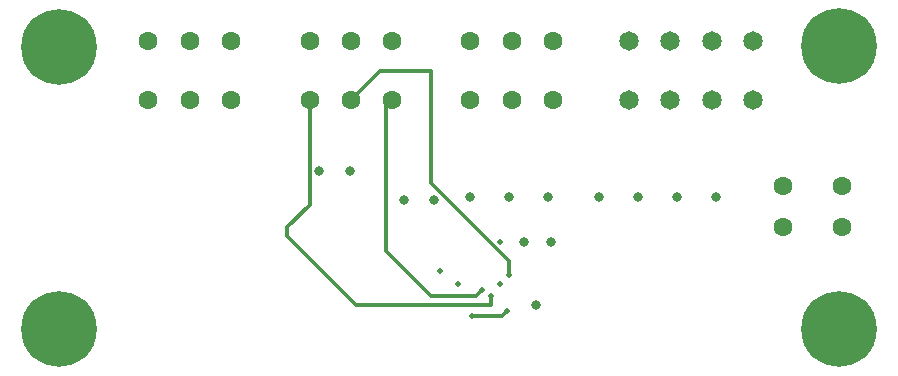
<source format=gbr>
%TF.GenerationSoftware,KiCad,Pcbnew,7.0.9*%
%TF.CreationDate,2024-01-20T18:52:18+00:00*%
%TF.ProjectId,DRV8234 DC Motor Driver Expander,44525638-3233-4342-9044-43204d6f746f,rev?*%
%TF.SameCoordinates,Original*%
%TF.FileFunction,Copper,L4,Bot*%
%TF.FilePolarity,Positive*%
%FSLAX46Y46*%
G04 Gerber Fmt 4.6, Leading zero omitted, Abs format (unit mm)*
G04 Created by KiCad (PCBNEW 7.0.9) date 2024-01-20 18:52:18*
%MOMM*%
%LPD*%
G01*
G04 APERTURE LIST*
%TA.AperFunction,ComponentPad*%
%ADD10C,1.600200*%
%TD*%
%TA.AperFunction,ComponentPad*%
%ADD11C,0.800000*%
%TD*%
%TA.AperFunction,ComponentPad*%
%ADD12C,6.400000*%
%TD*%
%TA.AperFunction,ComponentPad*%
%ADD13C,1.650000*%
%TD*%
%TA.AperFunction,ViaPad*%
%ADD14C,0.500000*%
%TD*%
%TA.AperFunction,ViaPad*%
%ADD15C,0.800000*%
%TD*%
%TA.AperFunction,Conductor*%
%ADD16C,0.320000*%
%TD*%
G04 APERTURE END LIST*
D10*
%TO.P,J3,1,1*%
%TO.N,IPROPI*%
X136286001Y-84709000D03*
%TO.P,J3,2,2*%
X136286001Y-79709000D03*
%TO.P,J3,3,3*%
%TO.N,RC_OUT*%
X132786001Y-84709000D03*
%TO.P,J3,4,4*%
X132786001Y-79709000D03*
%TO.P,J3,5,5*%
%TO.N,NFAULT*%
X129286000Y-84709000D03*
%TO.P,J3,6,6*%
X129286000Y-79709000D03*
%TD*%
%TO.P,J5,1,1*%
%TO.N,OUT1*%
X155782000Y-95504000D03*
%TO.P,J5,2,2*%
X160782000Y-95504000D03*
%TO.P,J5,3,3*%
%TO.N,OUT2*%
X155782000Y-92003997D03*
%TO.P,J5,4,4*%
X160782000Y-92003997D03*
%TD*%
%TO.P,J2,1,1*%
%TO.N,NSLEEP*%
X122697001Y-84709000D03*
%TO.P,J2,2,2*%
X122697001Y-79709000D03*
%TO.P,J2,3,3*%
%TO.N,IN1*%
X119197001Y-84709000D03*
%TO.P,J2,4,4*%
X119197001Y-79709000D03*
%TO.P,J2,5,5*%
%TO.N,IN2*%
X115697000Y-84709000D03*
%TO.P,J2,6,6*%
X115697000Y-79709000D03*
%TD*%
%TO.P,J1,1,1*%
%TO.N,+5V*%
X109037000Y-84709000D03*
%TO.P,J1,2,2*%
X109037000Y-79709000D03*
%TO.P,J1,3,3*%
%TO.N,GND*%
X105537000Y-84709000D03*
%TO.P,J1,4,4*%
X105537000Y-79709000D03*
%TO.P,J1,5,5*%
%TO.N,VCC*%
X102036999Y-84709000D03*
%TO.P,J1,6,6*%
X102036999Y-79709000D03*
%TD*%
D11*
%TO.P,H2,1*%
%TO.N,N/C*%
X158128000Y-80183056D03*
X158830944Y-78486000D03*
X158830944Y-81880112D03*
X160528000Y-77783056D03*
D12*
X160528000Y-80183056D03*
D11*
X160528000Y-82583056D03*
X162225056Y-78486000D03*
X162225056Y-81880112D03*
X162928000Y-80183056D03*
%TD*%
%TO.P,H3,1*%
%TO.N,N/C*%
X92088000Y-104140000D03*
X92790944Y-102442944D03*
X92790944Y-105837056D03*
X94488000Y-101740000D03*
D12*
X94488000Y-104140000D03*
D11*
X94488000Y-106540000D03*
X96185056Y-102442944D03*
X96185056Y-105837056D03*
X96888000Y-104140000D03*
%TD*%
D13*
%TO.P,J4,1,1*%
%TO.N,A0*%
X153244000Y-84694400D03*
%TO.P,J4,2,2*%
X153244000Y-79694400D03*
%TO.P,J4,3,3*%
%TO.N,A1*%
X149744000Y-84694400D03*
%TO.P,J4,4,4*%
X149744000Y-79694400D03*
%TO.P,J4,5,5*%
%TO.N,SDA*%
X146244000Y-84694400D03*
%TO.P,J4,6,6*%
X146244000Y-79694400D03*
%TO.P,J4,7,7*%
%TO.N,SCL*%
X142744000Y-84694400D03*
%TO.P,J4,8,8*%
X142744000Y-79694400D03*
%TD*%
D11*
%TO.P,H1,1*%
%TO.N,N/C*%
X92088000Y-80264000D03*
X92790944Y-78566944D03*
X92790944Y-81961056D03*
X94488000Y-77864000D03*
D12*
X94488000Y-80264000D03*
D11*
X94488000Y-82664000D03*
X96185056Y-78566944D03*
X96185056Y-81961056D03*
X96888000Y-80264000D03*
%TD*%
%TO.P,H4,1*%
%TO.N,N/C*%
X158128000Y-104093944D03*
X158830944Y-102396888D03*
X158830944Y-105791000D03*
X160528000Y-101693944D03*
D12*
X160528000Y-104093944D03*
D11*
X160528000Y-106493944D03*
X162225056Y-102396888D03*
X162225056Y-105791000D03*
X162928000Y-104093944D03*
%TD*%
D14*
%TO.N,GND*%
X131826000Y-100330000D03*
D15*
X123698000Y-93218000D03*
X135890000Y-92964000D03*
D14*
X128270000Y-100330000D03*
D15*
X126238000Y-93218000D03*
X134874000Y-102108000D03*
X119075200Y-90728800D03*
D14*
X126695200Y-99186600D03*
D15*
X116456500Y-90728800D03*
D14*
X131826000Y-96774000D03*
D15*
%TO.N,+5V*%
X129286000Y-92964000D03*
X136144000Y-96774000D03*
X133858000Y-96774000D03*
X132588000Y-92964000D03*
X150114000Y-92964000D03*
X143510000Y-92964000D03*
X146812000Y-92964000D03*
X140208000Y-92964000D03*
D14*
%TO.N,A1*%
X129438400Y-103022400D03*
X132410200Y-102590600D03*
%TO.N,NSLEEP*%
X130302000Y-100838000D03*
%TO.N,IN2*%
X131064000Y-101346000D03*
%TO.N,IN1*%
X132588000Y-99568000D03*
%TD*%
D16*
%TO.N,A1*%
X129438400Y-103022400D02*
X129438400Y-102971600D01*
X131978400Y-103022400D02*
X129438400Y-103022400D01*
X132410200Y-102590600D02*
X131978400Y-103022400D01*
%TO.N,NSLEEP*%
X125984000Y-101346000D02*
X129794000Y-101346000D01*
X122174000Y-85232001D02*
X122174000Y-97536000D01*
X122174000Y-97536000D02*
X125984000Y-101346000D01*
X129794000Y-101346000D02*
X130302000Y-100838000D01*
X122697001Y-84709000D02*
X122174000Y-85232001D01*
%TO.N,IN2*%
X113792000Y-95504000D02*
X113792000Y-96266000D01*
X115697000Y-84709000D02*
X115697000Y-93599000D01*
X113792000Y-96266000D02*
X119634000Y-102108000D01*
X119634000Y-102108000D02*
X131064000Y-102108000D01*
X115697000Y-93599000D02*
X113792000Y-95504000D01*
X131064000Y-102108000D02*
X131064000Y-101346000D01*
%TO.N,IN1*%
X121610001Y-82296000D02*
X119197001Y-84709000D01*
X132588000Y-99568000D02*
X132588000Y-98398671D01*
X132588000Y-98398671D02*
X125984000Y-91794671D01*
X125984000Y-91794671D02*
X125984000Y-82296000D01*
X125984000Y-82296000D02*
X121610001Y-82296000D01*
%TD*%
M02*

</source>
